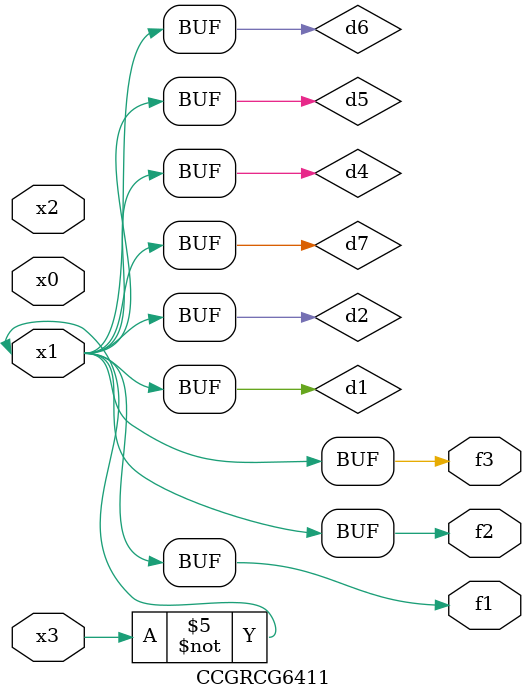
<source format=v>
module CCGRCG6411(
	input x0, x1, x2, x3,
	output f1, f2, f3
);

	wire d1, d2, d3, d4, d5, d6, d7;

	not (d1, x3);
	buf (d2, x1);
	xnor (d3, d1, d2);
	nor (d4, d1);
	buf (d5, d1, d2);
	buf (d6, d4, d5);
	nand (d7, d4);
	assign f1 = d6;
	assign f2 = d7;
	assign f3 = d6;
endmodule

</source>
